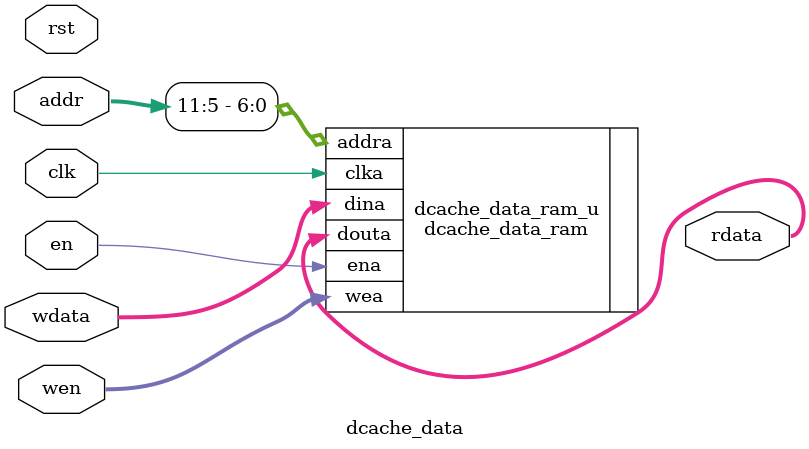
<source format=v>
`timescale 1ns / 1ps


module dcache_data(
    input          clk,
    input          rst,
    input          en,
    input   [3:0] wen,
    input   [31:0] wdata,
    input   [31:0] addr,
    output  [31:0] rdata
);

dcache_data_ram dcache_data_ram_u
(
    .clka  (clk            ),   
//    .rsta   (rst        ),
    .ena   (en        ),
    .wea   (wen       ),   //3:0 //TBD
    .addra (addr[11:5]),   //17:0
    .dina  (wdata     ),   //31:0
    .douta (rdata     )    //31:0
);


endmodule

</source>
